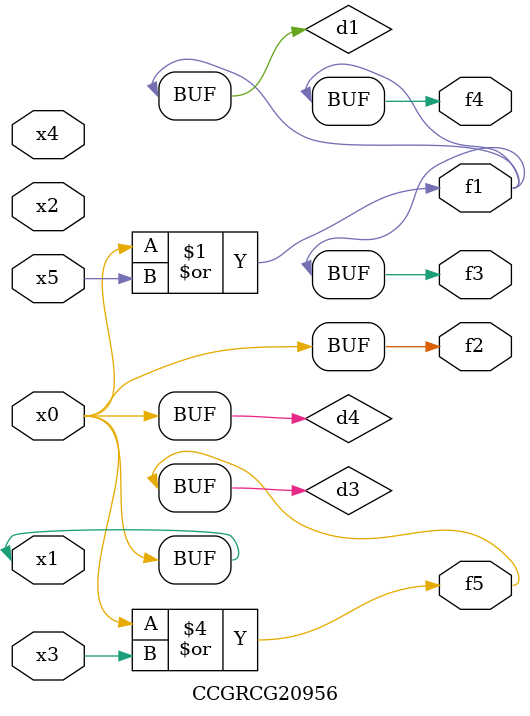
<source format=v>
module CCGRCG20956(
	input x0, x1, x2, x3, x4, x5,
	output f1, f2, f3, f4, f5
);

	wire d1, d2, d3, d4;

	or (d1, x0, x5);
	xnor (d2, x1, x4);
	or (d3, x0, x3);
	buf (d4, x0, x1);
	assign f1 = d1;
	assign f2 = d4;
	assign f3 = d1;
	assign f4 = d1;
	assign f5 = d3;
endmodule

</source>
